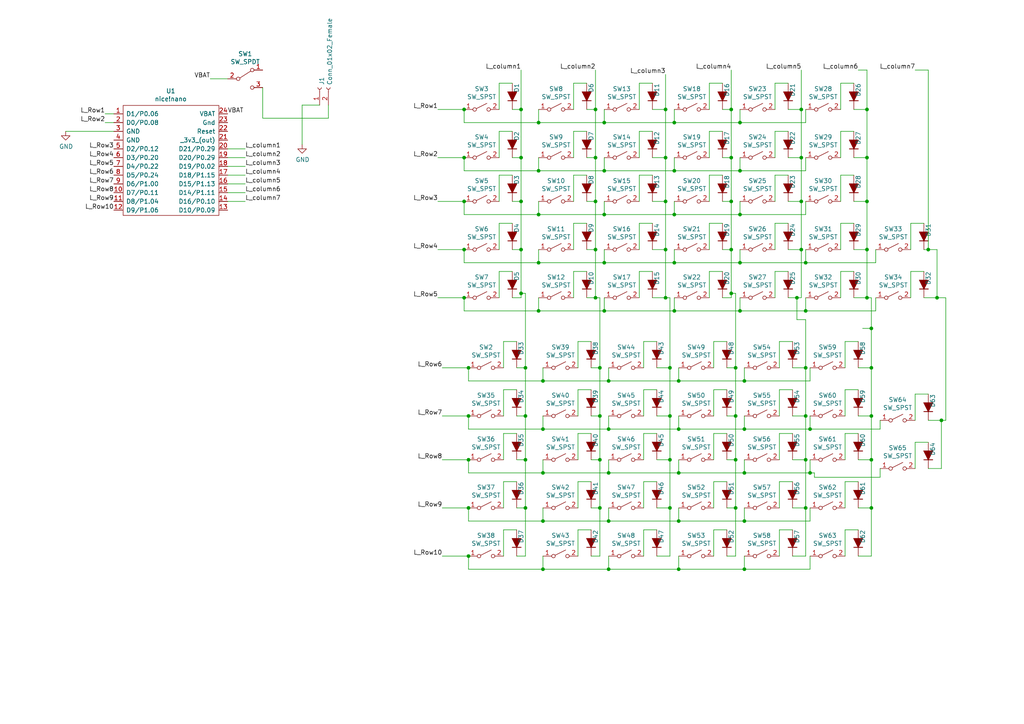
<source format=kicad_sch>
(kicad_sch (version 20230121) (generator eeschema)
  (paper "A4")
  (junction (at 214.63 62.23))
  (junction (at 172.72 86.36))
  (junction (at 196.85 137.16))
  (junction (at 152.4 106.68))
  (junction (at 195.58 62.23))
  (junction (at 196.85 124.46))
  (junction (at 215.9 165.1))
  (junction (at 175.26 62.23))
  (junction (at 233.68 76.2))
  (junction (at 233.68 120.65))
  (junction (at 212.09 72.39))
  (junction (at 134.62 31.75))
  (junction (at 173.99 120.65))
  (junction (at 251.46 72.39))
  (junction (at 135.89 161.29))
  (junction (at 194.31 133.35))
  (junction (at 251.46 45.72))
  (junction (at 215.9 124.46))
  (junction (at 152.4 133.35))
  (junction (at 156.21 49.53))
  (junction (at 135.89 133.35))
  (junction (at 196.85 151.13))
  (junction (at 196.85 165.1))
  (junction (at 194.31 147.32))
  (junction (at 252.73 106.68))
  (junction (at 233.68 133.35))
  (junction (at 156.21 90.17))
  (junction (at 213.36 106.68))
  (junction (at 212.09 45.72))
  (junction (at 176.53 137.16))
  (junction (at 232.41 45.72))
  (junction (at 134.62 72.39))
  (junction (at 212.09 85.09))
  (junction (at 231.14 86.36))
  (junction (at 214.63 49.53))
  (junction (at 196.85 110.49))
  (junction (at 195.58 90.17))
  (junction (at 173.99 133.35))
  (junction (at 234.95 124.46))
  (junction (at 214.63 76.2))
  (junction (at 172.72 45.72))
  (junction (at 151.13 31.75))
  (junction (at 151.13 72.39))
  (junction (at 176.53 151.13))
  (junction (at 151.13 58.42))
  (junction (at 175.26 35.56))
  (junction (at 214.63 90.17))
  (junction (at 195.58 49.53))
  (junction (at 273.05 121.92))
  (junction (at 194.31 120.65))
  (junction (at 194.31 106.68))
  (junction (at 232.41 31.75))
  (junction (at 152.4 147.32))
  (junction (at 156.21 62.23))
  (junction (at 251.46 86.36))
  (junction (at 269.24 72.39))
  (junction (at 195.58 76.2))
  (junction (at 252.73 147.32))
  (junction (at 213.36 133.35))
  (junction (at 157.48 110.49))
  (junction (at 157.48 124.46))
  (junction (at 214.63 35.56))
  (junction (at 173.99 147.32))
  (junction (at 193.04 45.72))
  (junction (at 176.53 165.1))
  (junction (at 135.89 120.65))
  (junction (at 157.48 137.16))
  (junction (at 156.21 35.56))
  (junction (at 134.62 58.42))
  (junction (at 212.09 31.75))
  (junction (at 156.21 76.2))
  (junction (at 176.53 124.46))
  (junction (at 232.41 58.42))
  (junction (at 193.04 58.42))
  (junction (at 152.4 120.65))
  (junction (at 271.78 86.36))
  (junction (at 232.41 72.39))
  (junction (at 234.95 137.16))
  (junction (at 157.48 165.1))
  (junction (at 215.9 137.16))
  (junction (at 233.68 90.17))
  (junction (at 157.48 151.13))
  (junction (at 135.89 147.32))
  (junction (at 172.72 31.75))
  (junction (at 175.26 90.17))
  (junction (at 215.9 110.49))
  (junction (at 251.46 31.75))
  (junction (at 172.72 72.39))
  (junction (at 252.73 133.35))
  (junction (at 195.58 35.56))
  (junction (at 173.99 106.68))
  (junction (at 134.62 86.36))
  (junction (at 151.13 85.09))
  (junction (at 172.72 58.42))
  (junction (at 135.89 106.68))
  (junction (at 175.26 76.2))
  (junction (at 134.62 45.72))
  (junction (at 175.26 49.53))
  (junction (at 193.04 86.36))
  (junction (at 233.68 106.68))
  (junction (at 193.04 72.39))
  (junction (at 213.36 147.32))
  (junction (at 193.04 31.75))
  (junction (at 233.68 147.32))
  (junction (at 151.13 45.72))
  (junction (at 215.9 151.13))
  (junction (at 251.46 58.42))
  (junction (at 252.73 120.65))
  (junction (at 252.73 95.25))
  (junction (at 213.36 120.65))
  (junction (at 176.53 110.49))
  (junction (at 212.09 58.42))
  (wire (pts (xy 231.14 92.71) (xy 231.14 86.36)))
  (wire (pts (xy 254 90.17) (xy 254 86.36)))
  (wire (pts (xy 156.21 76.2) (xy 156.21 72.39)))
  (wire (pts (xy 185.42 38.1) (xy 189.23 38.1)))
  (wire (pts (xy 134.62 35.56) (xy 156.21 35.56)))
  (wire (pts (xy 76.2 34.29) (xy 76.2 25.4)))
  (wire (pts (xy 245.11 113.03) (xy 248.92 113.03)))
  (wire (pts (xy 173.99 147.32) (xy 171.45 147.32)))
  (wire (pts (xy 212.09 72.39) (xy 209.55 72.39)))
  (wire (pts (xy 193.04 72.39) (xy 189.23 72.39)))
  (wire (pts (xy 233.68 35.56) (xy 233.68 31.75)))
  (wire (pts (xy 144.78 24.13) (xy 148.59 24.13)))
  (wire (pts (xy 224.79 72.39) (xy 224.79 64.77)))
  (wire (pts (xy 251.46 45.72) (xy 251.46 58.42)))
  (wire (pts (xy 186.69 113.03) (xy 190.5 113.03)))
  (wire (pts (xy 252.73 161.29) (xy 248.92 161.29)))
  (wire (pts (xy 186.69 106.68) (xy 186.69 99.06)))
  (wire (pts (xy 157.48 110.49) (xy 176.53 110.49)))
  (wire (pts (xy 214.63 62.23) (xy 214.63 58.42)))
  (wire (pts (xy 175.26 90.17) (xy 175.26 86.36)))
  (wire (pts (xy 166.37 50.8) (xy 170.18 50.8)))
  (wire (pts (xy 255.27 138.43) (xy 255.27 135.89)))
  (wire (pts (xy 156.21 35.56) (xy 175.26 35.56)))
  (wire (pts (xy 245.11 133.35) (xy 245.11 125.73)))
  (wire (pts (xy 60.96 22.86) (xy 66.04 22.86)))
  (wire (pts (xy 245.11 153.67) (xy 248.92 153.67)))
  (wire (pts (xy 151.13 45.72) (xy 148.59 45.72)))
  (wire (pts (xy 215.9 120.65) (xy 215.9 124.46)))
  (wire (pts (xy 207.01 99.06) (xy 210.82 99.06)))
  (wire (pts (xy 243.84 86.36) (xy 243.84 78.74)))
  (wire (pts (xy 233.68 133.35) (xy 233.68 147.32)))
  (wire (pts (xy 157.48 151.13) (xy 157.48 147.32)))
  (wire (pts (xy 157.48 124.46) (xy 176.53 124.46)))
  (wire (pts (xy 193.04 45.72) (xy 193.04 58.42)))
  (wire (pts (xy 95.25 34.29) (xy 76.2 34.29)))
  (wire (pts (xy 175.26 62.23) (xy 175.26 58.42)))
  (wire (pts (xy 213.36 147.32) (xy 210.82 147.32)))
  (wire (pts (xy 236.22 138.43) (xy 236.22 137.16)))
  (wire (pts (xy 152.4 120.65) (xy 152.4 133.35)))
  (wire (pts (xy 195.58 49.53) (xy 214.63 49.53)))
  (wire (pts (xy 252.73 120.65) (xy 252.73 133.35)))
  (wire (pts (xy 95.25 30.48) (xy 95.25 34.29)))
  (wire (pts (xy 185.42 31.75) (xy 185.42 24.13)))
  (wire (pts (xy 135.89 151.13) (xy 135.89 147.32)))
  (wire (pts (xy 245.11 125.73) (xy 248.92 125.73)))
  (wire (pts (xy 265.43 121.92) (xy 265.43 114.3)))
  (wire (pts (xy 233.68 76.2) (xy 254 76.2)))
  (wire (pts (xy 128.27 147.32) (xy 135.89 147.32)))
  (wire (pts (xy 213.36 133.35) (xy 213.36 147.32)))
  (wire (pts (xy 233.68 106.68) (xy 229.87 106.68)))
  (wire (pts (xy 207.01 120.65) (xy 207.01 113.03)))
  (wire (pts (xy 207.01 106.68) (xy 207.01 99.06)))
  (wire (pts (xy 152.4 85.09) (xy 151.13 85.09)))
  (wire (pts (xy 214.63 76.2) (xy 233.68 76.2)))
  (wire (pts (xy 214.63 90.17) (xy 214.63 86.36)))
  (wire (pts (xy 243.84 58.42) (xy 243.84 50.8)))
  (wire (pts (xy 195.58 90.17) (xy 195.58 86.36)))
  (wire (pts (xy 135.89 110.49) (xy 157.48 110.49)))
  (wire (pts (xy 196.85 151.13) (xy 196.85 147.32)))
  (wire (pts (xy 205.74 64.77) (xy 209.55 64.77)))
  (wire (pts (xy 212.09 45.72) (xy 212.09 58.42)))
  (wire (pts (xy 215.9 151.13) (xy 234.95 151.13)))
  (wire (pts (xy 215.9 137.16) (xy 215.9 133.35)))
  (wire (pts (xy 134.62 58.42) (xy 134.62 62.23)))
  (wire (pts (xy 255.27 124.46) (xy 255.27 121.92)))
  (wire (pts (xy 252.73 106.68) (xy 252.73 120.65)))
  (wire (pts (xy 232.41 45.72) (xy 228.6 45.72)))
  (wire (pts (xy 144.78 45.72) (xy 144.78 38.1)))
  (wire (pts (xy 167.64 133.35) (xy 167.64 125.73)))
  (wire (pts (xy 151.13 20.32) (xy 151.13 31.75)))
  (wire (pts (xy 196.85 151.13) (xy 215.9 151.13)))
  (wire (pts (xy 224.79 86.36) (xy 224.79 78.74)))
  (wire (pts (xy 186.69 133.35) (xy 186.69 125.73)))
  (wire (pts (xy 173.99 133.35) (xy 171.45 133.35)))
  (wire (pts (xy 146.05 153.67) (xy 149.86 153.67)))
  (wire (pts (xy 226.06 133.35) (xy 226.06 125.73)))
  (wire (pts (xy 193.04 86.36) (xy 194.31 86.36)))
  (wire (pts (xy 212.09 58.42) (xy 209.55 58.42)))
  (wire (pts (xy 175.26 35.56) (xy 195.58 35.56)))
  (wire (pts (xy 151.13 86.36) (xy 148.59 86.36)))
  (wire (pts (xy 30.48 35.56) (xy 33.02 35.56)))
  (wire (pts (xy 151.13 58.42) (xy 151.13 72.39)))
  (wire (pts (xy 173.99 106.68) (xy 171.45 106.68)))
  (wire (pts (xy 87.63 30.48) (xy 92.71 30.48)))
  (wire (pts (xy 135.89 133.35) (xy 135.89 137.16)))
  (wire (pts (xy 196.85 124.46) (xy 215.9 124.46)))
  (wire (pts (xy 156.21 90.17) (xy 175.26 90.17)))
  (wire (pts (xy 176.53 137.16) (xy 176.53 133.35)))
  (wire (pts (xy 152.4 147.32) (xy 152.4 161.29)))
  (wire (pts (xy 213.36 147.32) (xy 213.36 161.29)))
  (wire (pts (xy 156.21 76.2) (xy 175.26 76.2)))
  (wire (pts (xy 166.37 31.75) (xy 166.37 24.13)))
  (wire (pts (xy 252.73 95.25) (xy 252.73 106.68)))
  (wire (pts (xy 226.06 120.65) (xy 226.06 113.03)))
  (wire (pts (xy 135.89 124.46) (xy 135.89 120.65)))
  (wire (pts (xy 233.68 76.2) (xy 233.68 72.39)))
  (wire (pts (xy 214.63 35.56) (xy 233.68 35.56)))
  (wire (pts (xy 33.02 33.02) (xy 30.48 33.02)))
  (wire (pts (xy 156.21 62.23) (xy 175.26 62.23)))
  (wire (pts (xy 212.09 85.09) (xy 212.09 86.36)))
  (wire (pts (xy 134.62 62.23) (xy 156.21 62.23)))
  (wire (pts (xy 173.99 86.36) (xy 173.99 106.68)))
  (wire (pts (xy 135.89 106.68) (xy 135.89 110.49)))
  (wire (pts (xy 213.36 120.65) (xy 210.82 120.65)))
  (wire (pts (xy 194.31 120.65) (xy 194.31 133.35)))
  (wire (pts (xy 207.01 161.29) (xy 207.01 153.67)))
  (wire (pts (xy 234.95 110.49) (xy 234.95 106.68)))
  (wire (pts (xy 186.69 153.67) (xy 190.5 153.67)))
  (wire (pts (xy 252.73 106.68) (xy 248.92 106.68)))
  (wire (pts (xy 194.31 147.32) (xy 194.31 161.29)))
  (wire (pts (xy 172.72 20.32) (xy 172.72 31.75)))
  (wire (pts (xy 251.46 58.42) (xy 251.46 72.39)))
  (wire (pts (xy 173.99 86.36) (xy 172.72 86.36)))
  (wire (pts (xy 146.05 161.29) (xy 146.05 153.67)))
  (wire (pts (xy 152.4 147.32) (xy 149.86 147.32)))
  (wire (pts (xy 245.11 120.65) (xy 245.11 113.03)))
  (wire (pts (xy 205.74 50.8) (xy 209.55 50.8)))
  (wire (pts (xy 243.84 31.75) (xy 243.84 24.13)))
  (wire (pts (xy 172.72 31.75) (xy 170.18 31.75)))
  (wire (pts (xy 157.48 106.68) (xy 157.48 110.49)))
  (wire (pts (xy 236.22 138.43) (xy 255.27 138.43)))
  (wire (pts (xy 172.72 45.72) (xy 172.72 58.42)))
  (wire (pts (xy 224.79 45.72) (xy 224.79 38.1)))
  (wire (pts (xy 186.69 125.73) (xy 190.5 125.73)))
  (wire (pts (xy 243.84 78.74) (xy 247.65 78.74)))
  (wire (pts (xy 213.36 120.65) (xy 213.36 133.35)))
  (wire (pts (xy 175.26 62.23) (xy 195.58 62.23)))
  (wire (pts (xy 233.68 161.29) (xy 229.87 161.29)))
  (wire (pts (xy 243.84 64.77) (xy 247.65 64.77)))
  (wire (pts (xy 215.9 110.49) (xy 234.95 110.49)))
  (wire (pts (xy 251.46 31.75) (xy 247.65 31.75)))
  (wire (pts (xy 245.11 147.32) (xy 245.11 139.7)))
  (wire (pts (xy 173.99 120.65) (xy 171.45 120.65)))
  (wire (pts (xy 172.72 72.39) (xy 170.18 72.39)))
  (wire (pts (xy 213.36 161.29) (xy 210.82 161.29)))
  (wire (pts (xy 212.09 58.42) (xy 212.09 72.39)))
  (wire (pts (xy 243.84 38.1) (xy 247.65 38.1)))
  (wire (pts (xy 186.69 147.32) (xy 186.69 139.7)))
  (wire (pts (xy 194.31 106.68) (xy 190.5 106.68)))
  (wire (pts (xy 195.58 62.23) (xy 214.63 62.23)))
  (wire (pts (xy 193.04 31.75) (xy 193.04 45.72)))
  (wire (pts (xy 224.79 50.8) (xy 228.6 50.8)))
  (wire (pts (xy 66.04 55.88) (xy 71.12 55.88)))
  (wire (pts (xy 234.95 137.16) (xy 234.95 133.35)))
  (wire (pts (xy 173.99 161.29) (xy 171.45 161.29)))
  (wire (pts (xy 232.41 31.75) (xy 228.6 31.75)))
  (wire (pts (xy 167.64 113.03) (xy 171.45 113.03)))
  (wire (pts (xy 213.36 106.68) (xy 213.36 120.65)))
  (wire (pts (xy 273.05 121.92) (xy 274.32 121.92)))
  (wire (pts (xy 166.37 86.36) (xy 166.37 78.74)))
  (wire (pts (xy 252.73 147.32) (xy 248.92 147.32)))
  (wire (pts (xy 233.68 62.23) (xy 233.68 58.42)))
  (wire (pts (xy 189.23 86.36) (xy 193.04 86.36)))
  (wire (pts (xy 157.48 165.1) (xy 157.48 161.29)))
  (wire (pts (xy 214.63 62.23) (xy 233.68 62.23)))
  (wire (pts (xy 195.58 35.56) (xy 214.63 35.56)))
  (wire (pts (xy 215.9 124.46) (xy 234.95 124.46)))
  (wire (pts (xy 243.84 45.72) (xy 243.84 38.1)))
  (wire (pts (xy 213.36 133.35) (xy 210.82 133.35)))
  (wire (pts (xy 232.41 58.42) (xy 228.6 58.42)))
  (wire (pts (xy 157.48 137.16) (xy 176.53 137.16)))
  (wire (pts (xy 207.01 125.73) (xy 210.82 125.73)))
  (wire (pts (xy 135.89 161.29) (xy 135.89 165.1)))
  (wire (pts (xy 248.92 20.32) (xy 251.46 20.32)))
  (wire (pts (xy 146.05 120.65) (xy 146.05 113.03)))
  (wire (pts (xy 166.37 72.39) (xy 166.37 64.77)))
  (wire (pts (xy 194.31 120.65) (xy 190.5 120.65)))
  (wire (pts (xy 128.27 106.68) (xy 135.89 106.68)))
  (wire (pts (xy 152.4 106.68) (xy 152.4 120.65)))
  (wire (pts (xy 185.42 50.8) (xy 189.23 50.8)))
  (wire (pts (xy 195.58 31.75) (xy 195.58 35.56)))
  (wire (pts (xy 186.69 161.29) (xy 186.69 153.67)))
  (wire (pts (xy 151.13 58.42) (xy 148.59 58.42)))
  (wire (pts (xy 212.09 20.32) (xy 212.09 31.75)))
  (wire (pts (xy 212.09 72.39) (xy 212.09 85.09)))
  (wire (pts (xy 224.79 31.75) (xy 224.79 24.13)))
  (wire (pts (xy 226.06 125.73) (xy 229.87 125.73)))
  (wire (pts (xy 135.89 151.13) (xy 157.48 151.13)))
  (wire (pts (xy 172.72 58.42) (xy 172.72 72.39)))
  (wire (pts (xy 251.46 45.72) (xy 247.65 45.72)))
  (wire (pts (xy 134.62 31.75) (xy 134.62 35.56)))
  (wire (pts (xy 194.31 147.32) (xy 190.5 147.32)))
  (wire (pts (xy 186.69 120.65) (xy 186.69 113.03)))
  (wire (pts (xy 144.78 50.8) (xy 148.59 50.8)))
  (wire (pts (xy 157.48 165.1) (xy 176.53 165.1)))
  (wire (pts (xy 265.43 114.3) (xy 269.24 114.3)))
  (wire (pts (xy 196.85 165.1) (xy 215.9 165.1)))
  (wire (pts (xy 214.63 90.17) (xy 233.68 90.17)))
  (wire (pts (xy 226.06 113.03) (xy 229.87 113.03)))
  (wire (pts (xy 196.85 120.65) (xy 196.85 124.46)))
  (wire (pts (xy 134.62 76.2) (xy 134.62 72.39)))
  (wire (pts (xy 176.53 110.49) (xy 196.85 110.49)))
  (wire (pts (xy 194.31 161.29) (xy 190.5 161.29)))
  (wire (pts (xy 135.89 137.16) (xy 157.48 137.16)))
  (wire (pts (xy 167.64 99.06) (xy 171.45 99.06)))
  (wire (pts (xy 193.04 31.75) (xy 189.23 31.75)))
  (wire (pts (xy 251.46 72.39) (xy 251.46 86.36)))
  (wire (pts (xy 167.64 106.68) (xy 167.64 99.06)))
  (wire (pts (xy 252.73 133.35) (xy 252.73 147.32)))
  (wire (pts (xy 243.84 72.39) (xy 243.84 64.77)))
  (wire (pts (xy 226.06 153.67) (xy 229.87 153.67)))
  (wire (pts (xy 157.48 151.13) (xy 176.53 151.13)))
  (wire (pts (xy 195.58 76.2) (xy 195.58 72.39)))
  (wire (pts (xy 167.64 125.73) (xy 171.45 125.73)))
  (wire (pts (xy 274.32 86.36) (xy 274.32 121.92)))
  (wire (pts (xy 271.78 72.39) (xy 271.78 86.36)))
  (wire (pts (xy 252.73 147.32) (xy 252.73 161.29)))
  (wire (pts (xy 214.63 49.53) (xy 233.68 49.53)))
  (wire (pts (xy 224.79 78.74) (xy 228.6 78.74)))
  (wire (pts (xy 224.79 38.1) (xy 228.6 38.1)))
  (wire (pts (xy 144.78 31.75) (xy 144.78 24.13)))
  (wire (pts (xy 195.58 45.72) (xy 195.58 49.53)))
  (wire (pts (xy 264.16 64.77) (xy 267.97 64.77)))
  (wire (pts (xy 193.04 72.39) (xy 193.04 86.36)))
  (wire (pts (xy 205.74 24.13) (xy 209.55 24.13)))
  (wire (pts (xy 212.09 31.75) (xy 212.09 45.72)))
  (wire (pts (xy 212.09 86.36) (xy 209.55 86.36)))
  (wire (pts (xy 269.24 20.32) (xy 269.24 72.39)))
  (wire (pts (xy 193.04 45.72) (xy 189.23 45.72)))
  (wire (pts (xy 66.04 45.72) (xy 71.12 45.72)))
  (wire (pts (xy 156.21 45.72) (xy 156.21 49.53)))
  (wire (pts (xy 226.06 147.32) (xy 226.06 139.7)))
  (wire (pts (xy 205.74 78.74) (xy 209.55 78.74)))
  (wire (pts (xy 66.04 50.8) (xy 71.12 50.8)))
  (wire (pts (xy 152.4 133.35) (xy 149.86 133.35)))
  (wire (pts (xy 151.13 31.75) (xy 148.59 31.75)))
  (wire (pts (xy 245.11 99.06) (xy 248.92 99.06)))
  (wire (pts (xy 127 72.39) (xy 134.62 72.39)))
  (wire (pts (xy 166.37 24.13) (xy 170.18 24.13)))
  (wire (pts (xy 175.26 31.75) (xy 175.26 35.56)))
  (wire (pts (xy 213.36 106.68) (xy 210.82 106.68)))
  (wire (pts (xy 176.53 165.1) (xy 196.85 165.1)))
  (wire (pts (xy 252.73 133.35) (xy 248.92 133.35)))
  (wire (pts (xy 233.68 120.65) (xy 233.68 133.35)))
  (wire (pts (xy 166.37 64.77) (xy 170.18 64.77)))
  (wire (pts (xy 176.53 151.13) (xy 196.85 151.13)))
  (wire (pts (xy 176.53 151.13) (xy 176.53 147.32)))
  (wire (pts (xy 214.63 76.2) (xy 214.63 72.39)))
  (wire (pts (xy 207.01 147.32) (xy 207.01 139.7)))
  (wire (pts (xy 166.37 45.72) (xy 166.37 38.1)))
  (wire (pts (xy 231.14 86.36) (xy 228.6 86.36)))
  (wire (pts (xy 265.43 128.27) (xy 269.24 128.27)))
  (wire (pts (xy 233.68 90.17) (xy 233.68 86.36)))
  (wire (pts (xy 267.97 72.39) (xy 269.24 72.39)))
  (wire (pts (xy 214.63 45.72) (xy 214.63 49.53)))
  (wire (pts (xy 134.62 49.53) (xy 134.62 45.72)))
  (wire (pts (xy 185.42 78.74) (xy 189.23 78.74)))
  (wire (pts (xy 243.84 24.13) (xy 247.65 24.13)))
  (wire (pts (xy 207.01 113.03) (xy 210.82 113.03)))
  (wire (pts (xy 152.4 85.09) (xy 152.4 106.68)))
  (wire (pts (xy 265.43 135.89) (xy 265.43 128.27)))
  (wire (pts (xy 146.05 147.32) (xy 146.05 139.7)))
  (wire (pts (xy 134.62 90.17) (xy 156.21 90.17)))
  (wire (pts (xy 146.05 99.06) (xy 149.86 99.06)))
  (wire (pts (xy 128.27 133.35) (xy 135.89 133.35)))
  (wire (pts (xy 152.4 133.35) (xy 152.4 147.32)))
  (wire (pts (xy 128.27 161.29) (xy 135.89 161.29)))
  (wire (pts (xy 151.13 72.39) (xy 151.13 85.09)))
  (wire (pts (xy 134.62 86.36) (xy 134.62 90.17)))
  (wire (pts (xy 207.01 139.7) (xy 210.82 139.7)))
  (wire (pts (xy 146.05 113.03) (xy 149.86 113.03)))
  (wire (pts (xy 271.78 86.36) (xy 274.32 86.36)))
  (wire (pts (xy 245.11 106.68) (xy 245.11 99.06)))
  (wire (pts (xy 232.41 58.42) (xy 232.41 72.39)))
  (wire (pts (xy 176.53 120.65) (xy 176.53 124.46)))
  (wire (pts (xy 226.06 139.7) (xy 229.87 139.7)))
  (wire (pts (xy 144.78 78.74) (xy 148.59 78.74)))
  (wire (pts (xy 234.95 151.13) (xy 234.95 147.32)))
  (wire (pts (xy 232.41 72.39) (xy 232.41 86.36)))
  (wire (pts (xy 151.13 72.39) (xy 148.59 72.39)))
  (wire (pts (xy 271.78 86.36) (xy 267.97 86.36)))
  (wire (pts (xy 196.85 110.49) (xy 215.9 110.49)))
  (wire (pts (xy 196.85 137.16) (xy 215.9 137.16)))
  (wire (pts (xy 167.64 153.67) (xy 171.45 153.67)))
  (wire (pts (xy 273.05 135.89) (xy 273.05 121.92)))
  (wire (pts (xy 156.21 62.23) (xy 156.21 58.42)))
  (wire (pts (xy 224.79 58.42) (xy 224.79 50.8)))
  (wire (pts (xy 205.74 58.42) (xy 205.74 50.8)))
  (wire (pts (xy 144.78 38.1) (xy 148.59 38.1)))
  (wire (pts (xy 176.53 165.1) (xy 176.53 161.29)))
  (wire (pts (xy 87.63 41.91) (xy 87.63 30.48)))
  (wire (pts (xy 127 45.72) (xy 134.62 45.72)))
  (wire (pts (xy 226.06 161.29) (xy 226.06 153.67)))
  (wire (pts (xy 236.22 137.16) (xy 234.95 137.16)))
  (wire (pts (xy 205.74 45.72) (xy 205.74 38.1)))
  (wire (pts (xy 215.9 106.68) (xy 215.9 110.49)))
  (wire (pts (xy 243.84 50.8) (xy 247.65 50.8)))
  (wire (pts (xy 254 76.2) (xy 254 72.39)))
  (wire (pts (xy 185.42 72.39) (xy 185.42 64.77)))
  (wire (pts (xy 152.4 120.65) (xy 149.86 120.65)))
  (wire (pts (xy 135.89 165.1) (xy 157.48 165.1)))
  (wire (pts (xy 175.26 90.17) (xy 195.58 90.17)))
  (wire (pts (xy 224.79 24.13) (xy 228.6 24.13)))
  (wire (pts (xy 156.21 49.53) (xy 175.26 49.53)))
  (wire (pts (xy 215.9 165.1) (xy 215.9 161.29)))
  (wire (pts (xy 233.68 90.17) (xy 254 90.17)))
  (wire (pts (xy 252.73 120.65) (xy 248.92 120.65)))
  (wire (pts (xy 232.41 31.75) (xy 232.41 45.72)))
  (wire (pts (xy 66.04 48.26) (xy 71.12 48.26)))
  (wire (pts (xy 173.99 106.68) (xy 173.99 120.65)))
  (wire (pts (xy 151.13 45.72) (xy 151.13 58.42)))
  (wire (pts (xy 195.58 90.17) (xy 214.63 90.17)))
  (wire (pts (xy 193.04 58.42) (xy 189.23 58.42)))
  (wire (pts (xy 233.68 92.71) (xy 233.68 106.68)))
  (wire (pts (xy 265.43 20.32) (xy 269.24 20.32)))
  (wire (pts (xy 226.06 99.06) (xy 229.87 99.06)))
  (wire (pts (xy 252.73 86.36) (xy 251.46 86.36)))
  (wire (pts (xy 251.46 72.39) (xy 247.65 72.39)))
  (wire (pts (xy 172.72 45.72) (xy 170.18 45.72)))
  (wire (pts (xy 185.42 45.72) (xy 185.42 38.1)))
  (wire (pts (xy 173.99 120.65) (xy 173.99 133.35)))
  (wire (pts (xy 173.99 147.32) (xy 173.99 161.29)))
  (wire (pts (xy 205.74 31.75) (xy 205.74 24.13)))
  (wire (pts (xy 212.09 45.72) (xy 209.55 45.72)))
  (wire (pts (xy 251.46 20.32) (xy 251.46 31.75)))
  (wire (pts (xy 232.41 86.36) (xy 231.14 86.36)))
  (wire (pts (xy 151.13 31.75) (xy 151.13 45.72)))
  (wire (pts (xy 205.74 86.36) (xy 205.74 78.74)))
  (wire (pts (xy 175.26 45.72) (xy 175.26 49.53)))
  (wire (pts (xy 146.05 139.7) (xy 149.86 139.7)))
  (wire (pts (xy 152.4 161.29) (xy 149.86 161.29)))
  (wire (pts (xy 234.95 124.46) (xy 255.27 124.46)))
  (wire (pts (xy 146.05 106.68) (xy 146.05 99.06)))
  (wire (pts (xy 233.68 147.32) (xy 229.87 147.32)))
  (wire (pts (xy 196.85 137.16) (xy 196.85 133.35)))
  (wire (pts (xy 167.64 139.7) (xy 171.45 139.7)))
  (wire (pts (xy 196.85 106.68) (xy 196.85 110.49)))
  (wire (pts (xy 224.79 64.77) (xy 228.6 64.77)))
  (wire (pts (xy 66.04 58.42) (xy 71.12 58.42)))
  (wire (pts (xy 135.89 124.46) (xy 157.48 124.46)))
  (wire (pts (xy 250.19 95.25) (xy 252.73 95.25)))
  (wire (pts (xy 152.4 106.68) (xy 149.86 106.68)))
  (wire (pts (xy 233.68 133.35) (xy 229.87 133.35)))
  (wire (pts (xy 232.41 72.39) (xy 228.6 72.39)))
  (wire (pts (xy 173.99 133.35) (xy 173.99 147.32)))
  (wire (pts (xy 172.72 58.42) (xy 170.18 58.42)))
  (wire (pts (xy 175.26 76.2) (xy 175.26 72.39)))
  (wire (pts (xy 215.9 151.13) (xy 215.9 147.32)))
  (wire (pts (xy 146.05 133.35) (xy 146.05 125.73)))
  (wire (pts (xy 194.31 133.35) (xy 190.5 133.35)))
  (wire (pts (xy 233.68 106.68) (xy 233.68 120.65)))
  (wire (pts (xy 185.42 58.42) (xy 185.42 50.8)))
  (wire (pts (xy 214.63 31.75) (xy 214.63 35.56)))
  (wire (pts (xy 176.53 124.46) (xy 196.85 124.46)))
  (wire (pts (xy 128.27 120.65) (xy 135.89 120.65)))
  (wire (pts (xy 176.53 137.16) (xy 196.85 137.16)))
  (wire (pts (xy 127 86.36) (xy 134.62 86.36)))
  (wire (pts (xy 215.9 165.1) (xy 234.95 165.1)))
  (wire (pts (xy 175.26 49.53) (xy 195.58 49.53)))
  (wire (pts (xy 186.69 139.7) (xy 190.5 139.7)))
  (wire (pts (xy 185.42 64.77) (xy 189.23 64.77)))
  (wire (pts (xy 156.21 90.17) (xy 156.21 86.36)))
  (wire (pts (xy 226.06 106.68) (xy 226.06 99.06)))
  (wire (pts (xy 194.31 106.68) (xy 194.31 120.65)))
  (wire (pts (xy 215.9 137.16) (xy 234.95 137.16)))
  (wire (pts (xy 264.16 72.39) (xy 264.16 64.77)))
  (wire (pts (xy 172.72 31.75) (xy 172.72 45.72)))
  (wire (pts (xy 146.05 125.73) (xy 149.86 125.73)))
  (wire (pts (xy 213.36 85.09) (xy 212.09 85.09)))
  (wire (pts (xy 205.74 72.39) (xy 205.74 64.77)))
  (wire (pts (xy 273.05 135.89) (xy 269.24 135.89)))
  (wire (pts (xy 156.21 31.75) (xy 156.21 35.56)))
  (wire (pts (xy 251.46 86.36) (xy 247.65 86.36)))
  (wire (pts (xy 134.62 76.2) (xy 156.21 76.2)))
  (wire (pts (xy 233.68 49.53) (xy 233.68 45.72)))
  (wire (pts (xy 269.24 121.92) (xy 273.05 121.92)))
  (wire (pts (xy 134.62 49.53) (xy 156.21 49.53)))
  (wire (pts (xy 175.26 76.2) (xy 195.58 76.2)))
  (wire (pts (xy 194.31 86.36) (xy 194.31 106.68)))
  (wire (pts (xy 185.42 86.36) (xy 185.42 78.74)))
  (wire (pts (xy 264.16 86.36) (xy 264.16 78.74)))
  (wire (pts (xy 151.13 85.09) (xy 151.13 86.36)))
  (wire (pts (xy 233.68 120.65) (xy 229.87 120.65)))
  (wire (pts (xy 66.04 53.34) (xy 71.12 53.34)))
  (wire (pts (xy 245.11 139.7) (xy 248.92 139.7)))
  (wire (pts (xy 157.48 137.16) (xy 157.48 133.35)))
  (wire (pts (xy 172.72 72.39) (xy 172.72 86.36)))
  (wire (pts (xy 232.41 45.72) (xy 232.41 58.42)))
  (wire (pts (xy 144.78 86.36) (xy 144.78 78.74)))
  (wire (pts (xy 195.58 76.2) (xy 214.63 76.2)))
  (wire (pts (xy 157.48 120.65) (xy 157.48 124.46)))
  (wire (pts (xy 144.78 64.77) (xy 148.59 64.77)))
  (wire (pts (xy 193.04 58.42) (xy 193.04 72.39)))
  (wire (pts (xy 233.68 92.71) (xy 231.14 92.71)))
  (wire (pts (xy 166.37 58.42) (xy 166.37 50.8)))
  (wire (pts (xy 172.72 86.36) (xy 170.18 86.36)))
  (wire (pts (xy 269.24 72.39) (xy 271.78 72.39)))
  (wire (pts (xy 205.74 38.1) (xy 209.55 38.1)))
  (wire (pts (xy 234.95 165.1) (xy 234.95 161.29)))
  (wire (pts (xy 144.78 58.42) (xy 144.78 50.8)))
  (wire (pts (xy 194.31 133.35) (xy 194.31 147.32)))
  (wire (pts (xy 176.53 106.68) (xy 176.53 110.49)))
  (wire (pts (xy 167.64 120.65) (xy 167.64 113.03)))
  (wire (pts (xy 251.46 58.42) (xy 247.65 58.42)))
  (wire (pts (xy 166.37 78.74) (xy 170.18 78.74)))
  (wire (pts (xy 193.04 21.59) (xy 193.04 31.75)))
  (wire (pts (xy 66.04 43.18) (xy 71.12 43.18)))
  (wire (pts (xy 233.68 147.32) (xy 233.68 161.29)))
  (wire (pts (xy 207.01 133.35) (xy 207.01 125.73)))
  (wire (pts (xy 167.64 147.32) (xy 167.64 139.7)))
  (wire (pts (xy 167.64 161.29) (xy 167.64 153.67)))
  (wire (pts (xy 234.95 124.46) (xy 234.95 120.65)))
  (wire (pts (xy 196.85 165.1) (xy 196.85 161.29)))
  (wire (pts (xy 144.78 72.39) (xy 144.78 64.77)))
  (wire (pts (xy 33.02 38.1) (xy 19.05 38.1)))
  (wire (pts (xy 232.41 20.32) (xy 232.41 31.75)))
  (wire (pts (xy 245.11 161.29) (xy 245.11 153.67)))
  (wire (pts (xy 195.58 62.23) (xy 195.58 58.42)))
  (wire (pts (xy 213.36 85.09) (xy 213.36 106.68)))
  (wire (pts (xy 252.73 95.25) (xy 252.73 86.36)))
  (wire (pts (xy 251.46 31.75) (xy 251.46 45.72)))
  (wire (pts (xy 185.42 24.13) (xy 189.23 24.13)))
  (wire (pts (xy 212.09 31.75) (xy 209.55 31.75)))
  (wire (pts (xy 127 58.42) (xy 134.62 58.42)))
  (wire (pts (xy 127 31.75) (xy 134.62 31.75)))
  (wire (pts (xy 264.16 78.74) (xy 267.97 78.74)))
  (wire (pts (xy 166.37 38.1) (xy 170.18 38.1)))
  (wire (pts (xy 186.69 99.06) (xy 190.5 99.06)))
  (wire (pts (xy 207.01 153.67) (xy 210.82 153.67)))
  (label "L_Row8" (at 128.27 133.35 180))
  (label "L_column6" (at 71.12 55.88 0))
  (label "L_column1" (at 71.12 43.18 0))
  (label "L_Row7" (at 128.27 120.65 180))
  (label "L_column5" (at 232.41 20.32 180))
  (label "L_Row9" (at 128.27 147.32 180))
  (label "L_column4" (at 212.09 20.32 180))
  (label "L_Row3" (at 33.02 43.18 180))
  (label "L_Row8" (at 33.02 55.88 180))
  (label "L_Row10" (at 33.02 60.96 180))
  (label "L_Row1" (at 127 31.75 180))
  (label "L_column3" (at 71.12 48.26 0))
  (label "L_column6" (at 248.92 20.32 180))
  (label "L_column4" (at 71.12 50.8 0))
  (label "L_Row1" (at 30.48 33.02 180))
  (label "L_Row10" (at 128.27 161.29 180))
  (label "L_Row9" (at 33.02 58.42 180))
  (label "L_Row6" (at 33.02 50.8 180))
  (label "L_Row7" (at 33.02 53.34 180))
  (label "L_Row2" (at 127 45.72 180))
  (label "L_Row3" (at 127 58.42 180))
  (label "L_column7" (at 71.12 58.42 0))
  (label "L_column1" (at 151.13 20.32 180))
  (label "L_Row4" (at 33.02 45.72 180))
  (label "L_column7" (at 265.43 20.32 180))
  (label "L_Row5" (at 127 86.36 180))
  (label "L_column2" (at 172.72 20.32 180))
  (label "L_column3" (at 193.04 21.59 180))
  (label "L_column2" (at 71.12 45.72 0))
  (label "VBAT" (at 60.96 22.86 180))
  (label "L_column5" (at 71.12 53.34 0))
  (label "VBAT" (at 66.04 33.02 0))
  (label "L_Row2" (at 30.48 35.56 180))
  (label "L_Row6" (at 128.27 106.68 180))
  (label "L_Row4" (at 127 72.39 180))
  (label "L_Row5" (at 33.02 48.26 180))
  (symbol (lib_id "Switch:SW_SPST") (at 139.7 31.75 0) (unit 1)
    (property "Reference" "SW3" (at 139.7 25.781 0))
    (property "Value" "SW_SPST" (at 139.7 28.0924 0))
    (property "Footprint" "PCM_Switch_Keyboard_Kailh:SW_Kailh_Choc_V1V2_double" (effects hide))
  )
  (symbol (lib_id "swing-atreus-rescue:D_ALT-Device") (at 148.59 27.94 90) (unit 1)
    (property "Reference" "D1" (at 149.86 24.13 0) (effects (justify right)))
    (property "Value" "D0" (effects hide))
    (property "Footprint" "Diode_SMD:D_SOD-123" (effects hide))
  )
  (symbol (lib_id "Switch:SW_SPST") (at 161.29 31.75 0) (unit 1)
    (property "Reference" "SW8" (at 161.29 25.781 0))
    (property "Value" "SW_SPST" (at 161.29 28.0924 0))
    (property "Footprint" "PCM_Switch_Keyboard_Kailh:SW_Kailh_Choc_V1V2_double" (effects hide))
  )
  (symbol (lib_id "swing-atreus-rescue:D_ALT-Device") (at 170.18 27.94 90) (unit 1)
    (property "Reference" "D6" (at 171.45 24.13 0) (effects (justify right)))
    (property "Value" "D0" (effects hide))
    (property "Footprint" "Diode_SMD:D_SOD-123" (effects hide))
  )
  (symbol (lib_id "Switch:SW_SPST") (at 180.34 31.75 0) (unit 1)
    (property "Reference" "SW13" (at 180.34 25.781 0))
    (property "Value" "SW_SPST" (at 180.34 28.0924 0))
    (property "Footprint" "PCM_Switch_Keyboard_Kailh:SW_Kailh_Choc_V1V2_double" (effects hide))
  )
  (symbol (lib_id "swing-atreus-rescue:D_ALT-Device") (at 189.23 27.94 90) (unit 1)
    (property "Reference" "D11" (at 190.5 24.13 0) (effects (justify right)))
    (property "Value" "D0" (effects hide))
    (property "Footprint" "Diode_SMD:D_SOD-123" (effects hide))
  )
  (symbol (lib_id "Switch:SW_SPST") (at 200.66 31.75 0) (unit 1)
    (property "Reference" "SW18" (at 200.66 25.781 0))
    (property "Value" "SW_SPST" (at 200.66 28.0924 0))
    (property "Footprint" "PCM_Switch_Keyboard_Kailh:SW_Kailh_Choc_V1V2_double" (effects hide))
  )
  (symbol (lib_id "swing-atreus-rescue:D_ALT-Device") (at 209.55 27.94 90) (unit 1)
    (property "Reference" "D16" (at 210.82 24.13 0) (effects (justify right)))
    (property "Value" "D0" (effects hide))
    (property "Footprint" "Diode_SMD:D_SOD-123" (effects hide))
  )
  (symbol (lib_id "Switch:SW_SPST") (at 219.71 31.75 0) (unit 1)
    (property "Reference" "SW23" (at 219.71 25.781 0))
    (property "Value" "SW_SPST" (at 219.71 28.0924 0))
    (property "Footprint" "PCM_Switch_Keyboard_Kailh:SW_Kailh_Choc_V1V2_double" (effects hide))
  )
  (symbol (lib_id "swing-atreus-rescue:D_ALT-Device") (at 228.6 27.94 90) (unit 1)
    (property "Reference" "D21" (at 229.87 24.13 0) (effects (justify right)))
    (property "Value" "D0" (effects hide))
    (property "Footprint" "Diode_SMD:D_SOD-123" (effects hide))
  )
  (symbol (lib_id "Switch:SW_SPST") (at 238.76 31.75 0) (unit 1)
    (property "Reference" "SW28" (at 238.76 25.781 0))
    (property "Value" "SW_SPST" (at 238.76 28.0924 0))
    (property "Footprint" "PCM_Switch_Keyboard_Kailh:SW_Kailh_Choc_V1V2_double" (effects hide))
  )
  (symbol (lib_id "swing-atreus-rescue:D_ALT-Device") (at 247.65 27.94 90) (unit 1)
    (property "Reference" "D26" (at 248.92 24.13 0) (effects (justify right)))
    (property "Value" "D0" (effects hide))
    (property "Footprint" "Diode_SMD:D_SOD-123" (effects hide))
  )
  (symbol (lib_id "Switch:SW_SPST") (at 139.7 45.72 0) (unit 1)
    (property "Reference" "SW4" (at 139.7 39.751 0))
    (property "Value" "SW_SPST" (at 139.7 42.0624 0))
    (property "Footprint" "PCM_Switch_Keyboard_Kailh:SW_Kailh_Choc_V1V2_double" (effects hide))
  )
  (symbol (lib_id "swing-atreus-rescue:D_ALT-Device") (at 148.59 41.91 90) (unit 1)
    (property "Reference" "D2" (at 149.86 38.1 0) (effects (justify right)))
    (property "Value" "D0" (effects hide))
    (property "Footprint" "Diode_SMD:D_SOD-123" (effects hide))
  )
  (symbol (lib_id "Switch:SW_SPST") (at 161.29 45.72 0) (unit 1)
    (property "Reference" "SW9" (at 161.29 39.751 0))
    (property "Value" "SW_SPST" (at 161.29 42.0624 0))
    (property "Footprint" "PCM_Switch_Keyboard_Kailh:SW_Kailh_Choc_V1V2_double" (effects hide))
  )
  (symbol (lib_id "swing-atreus-rescue:D_ALT-Device") (at 170.18 41.91 90) (unit 1)
    (property "Reference" "D7" (at 171.45 38.1 0) (effects (justify right)))
    (property "Value" "D0" (effects hide))
    (property "Footprint" "Diode_SMD:D_SOD-123" (effects hide))
  )
  (symbol (lib_id "Switch:SW_SPST") (at 180.34 45.72 0) (unit 1)
    (property "Reference" "SW14" (at 180.34 39.751 0))
    (property "Value" "SW_SPST" (at 180.34 42.0624 0))
    (property "Footprint" "PCM_Switch_Keyboard_Kailh:SW_Kailh_Choc_V1V2_double" (effects hide))
  )
  (symbol (lib_id "swing-atreus-rescue:D_ALT-Device") (at 189.23 41.91 90) (unit 1)
    (property "Reference" "D12" (at 190.5 38.1 0) (effects (justify right)))
    (property "Value" "D0" (effects hide))
    (property "Footprint" "Diode_SMD:D_SOD-123" (effects hide))
  )
  (symbol (lib_id "Switch:SW_SPST") (at 200.66 45.72 0) (unit 1)
    (property "Reference" "SW19" (at 200.66 39.751 0))
    (property "Value" "SW_SPST" (at 200.66 42.0624 0))
    (property "Footprint" "PCM_Switch_Keyboard_Kailh:SW_Kailh_Choc_V1V2_double" (effects hide))
  )
  (symbol (lib_id "swing-atreus-rescue:D_ALT-Device") (at 209.55 41.91 90) (unit 1)
    (property "Reference" "D17" (at 210.82 38.1 0) (effects (justify right)))
    (property "Value" "D0" (effects hide))
    (property "Footprint" "Diode_SMD:D_SOD-123" (effects hide))
  )
  (symbol (lib_id "Switch:SW_SPST") (at 219.71 45.72 0) (unit 1)
    (property "Reference" "SW24" (at 219.71 39.751 0))
    (property "Value" "SW_SPST" (at 219.71 42.0624 0))
    (property "Footprint" "PCM_Switch_Keyboard_Kailh:SW_Kailh_Choc_V1V2_double" (effects hide))
  )
  (symbol (lib_id "swing-atreus-rescue:D_ALT-Device") (at 228.6 41.91 90) (unit 1)
    (property "Reference" "D22" (at 229.87 38.1 0) (effects (justify right)))
    (property "Value" "D0" (effects hide))
    (property "Footprint" "Diode_SMD:D_SOD-123" (effects hide))
  )
  (symbol (lib_id "Switch:SW_SPST") (at 238.76 45.72 0) (unit 1)
    (property "Reference" "SW29" (at 238.76 39.751 0))
    (property "Value" "SW_SPST" (at 238.76 42.0624 0))
    (property "Footprint" "PCM_Switch_Keyboard_Kailh:SW_Kailh_Choc_V1V2_double" (effects hide))
  )
  (symbol (lib_id "swing-atreus-rescue:D_ALT-Device") (at 247.65 41.91 90) (unit 1)
    (property "Reference" "D27" (at 248.92 38.1 0) (effects (justify right)))
    (property "Value" "D0" (effects hide))
    (property "Footprint" "Diode_SMD:D_SOD-123" (effects hide))
  )
  (symbol (lib_id "Switch:SW_SPST") (at 139.7 58.42 0) (unit 1)
    (property "Reference" "SW5" (at 139.7 52.451 0))
    (property "Value" "SW_SPST" (at 139.7 54.7624 0))
    (property "Footprint" "PCM_Switch_Keyboard_Kailh:SW_Kailh_Choc_V1V2_double" (effects hide))
  )
  (symbol (lib_id "swing-atreus-rescue:D_ALT-Device") (at 148.59 54.61 90) (unit 1)
    (property "Reference" "D3" (at 149.86 50.8 0) (effects (justify right)))
    (property "Value" "D0" (effects hide))
    (property "Footprint" "Diode_SMD:D_SOD-123" (effects hide))
  )
  (symbol (lib_id "Switch:SW_SPST") (at 161.29 58.42 0) (unit 1)
    (property "Reference" "SW10" (at 161.29 52.451 0))
    (property "Value" "SW_SPST" (at 161.29 54.7624 0))
    (property "Footprint" "PCM_Switch_Keyboard_Kailh:SW_Kailh_Choc_V1V2_double" (effects hide))
  )
  (symbol (lib_id "swing-atreus-rescue:D_ALT-Device") (at 170.18 54.61 90) (unit 1)
    (property "Reference" "D8" (at 171.45 50.8 0) (effects (justify right)))
    (property "Value" "D0" (effects hide))
    (property "Footprint" "Diode_SMD:D_SOD-123" (effects hide))
  )
  (symbol (lib_id "Switch:SW_SPST") (at 180.34 58.42 0) (unit 1)
    (property "Reference" "SW15" (at 180.34 52.451 0))
    (property "Value" "SW_SPST" (at 180.34 54.7624 0))
    (property "Footprint" "PCM_Switch_Keyboard_Kailh:SW_Kailh_Choc_V1V2_double" (effects hide))
  )
  (symbol (lib_id "swing-atreus-rescue:D_ALT-Device") (at 189.23 54.61 90) (unit 1)
    (property "Reference" "D13" (at 190.5 50.8 0) (effects (justify right)))
    (property "Value" "D0" (effects hide))
    (property "Footprint" "Diode_SMD:D_SOD-123" (effects hide))
  )
  (symbol (lib_id "Switch:SW_SPST") (at 200.66 58.42 0) (unit 1)
    (property "Reference" "SW20" (at 200.66 52.451 0))
    (property "Value" "SW_SPST" (at 200.66 54.7624 0))
    (property "Footprint" "PCM_Switch_Keyboard_Kailh:SW_Kailh_Choc_V1V2_double" (effects hide))
  )
  (symbol (lib_id "swing-atreus-rescue:D_ALT-Device") (at 209.55 54.61 90) (unit 1)
    (property "Reference" "D18" (at 210.82 50.8 0) (effects (justify right)))
    (property "Value" "D0" (effects hide))
    (property "Footprint" "Diode_SMD:D_SOD-123" (effects hide))
  )
  (symbol (lib_id "Switch:SW_SPST") (at 219.71 58.42 0) (unit 1)
    (property "Reference" "SW25" (at 219.71 52.451 0))
    (property "Value" "SW_SPST" (at 219.71 54.7624 0))
    (property "Footprint" "PCM_Switch_Keyboard_Kailh:SW_Kailh_Choc_V1V2_double" (effects hide))
  )
  (symbol (lib_id "swing-atreus-rescue:D_ALT-Device") (at 228.6 54.61 90) (unit 1)
    (property "Reference" "D23" (at 229.87 50.8 0) (effects (justify right)))
    (property "Value" "D0" (effects hide))
    (property "Footprint" "Diode_SMD:D_SOD-123" (effects hide))
  )
  (symbol (lib_id "Switch:SW_SPST") (at 238.76 58.42 0) (unit 1)
    (property "Reference" "SW30" (at 238.76 52.451 0))
    (property "Value" "SW_SPST" (at 238.76 54.7624 0))
    (property "Footprint" "PCM_Switch_Keyboard_Kailh:SW_Kailh_Choc_V1V2_double" (effects hide))
  )
  (symbol (lib_id "swing-atreus-rescue:D_ALT-Device") (at 247.65 54.61 90) (unit 1)
    (property "Reference" "D28" (at 248.92 50.8 0) (effects (justify right)))
    (property "Value" "D0" (effects hide))
    (property "Footprint" "Diode_SMD:D_SOD-123" (effects hide))
  )
  (symbol (lib_id "Switch:SW_SPST") (at 139.7 72.39 0) (unit 1)
    (property "Reference" "SW6" (at 139.7 66.421 0))
    (property "Value" "SW_SPST" (at 139.7 68.7324 0))
    (property "Footprint" "PCM_Switch_Keyboard_Kailh:SW_Kailh_Choc_V1V2_double" (effects hide))
  )
  (symbol (lib_id "swing-atreus-rescue:D_ALT-Device") (at 148.59 68.58 90) (unit 1)
    (property "Reference" "D4" (at 149.86 64.77 0) (effects (justify right)))
    (property "Value" "D0" (effects hide))
    (property "Footprint" "Diode_SMD:D_SOD-123" (effects hide))
  )
  (symbol (lib_id "Switch:SW_SPST") (at 161.29 72.39 0) (unit 1)
    (property "Reference" "SW11" (at 161.29 66.421 0))
    (property "Value" "SW_SPST" (at 161.29 68.7324 0))
    (property "Footprint" "PCM_Switch_Keyboard_Kailh:SW_Kailh_Choc_V1V2_double" (effects hide))
  )
  (symbol (lib_id "swing-atreus-rescue:D_ALT-Device") (at 170.18 68.58 90) (unit 1)
    (property "Reference" "D9" (at 171.45 64.77 0) (effects (justify right)))
    (property "Value" "D0" (effects hide))
    (property "Footprint" "Diode_SMD:D_SOD-123" (effects hide))
  )
  (symbol (lib_id "Switch:SW_SPST") (at 180.34 72.39 0) (unit 1)
    (property "Reference" "SW16" (at 180.34 66.421 0))
    (property "Value" "SW_SPST" (at 180.34 68.7324 0))
    (property "Footprint" "PCM_Switch_Keyboard_Kailh:SW_Kailh_Choc_V1V2_double" (effects hide))
  )
  (symbol (lib_id "swing-atreus-rescue:D_ALT-Device") (at 189.23 68.58 90) (unit 1)
    (property "Reference" "D14" (at 190.5 64.77 0) (effects (justify right)))
    (property "Value" "D0" (effects hide))
    (property "Footprint" "Diode_SMD:D_SOD-123" (effects hide))
  )
  (symbol (lib_id "Switch:SW_SPST") (at 200.66 72.39 0) (unit 1)
    (property "Reference" "SW21" (at 200.66 66.421 0))
    (property "Value" "SW_SPST" (at 200.66 68.7324 0))
    (property "Footprint" "PCM_Switch_Keyboard_Kailh:SW_Kailh_Choc_V1V2_double" (effects hide))
  )
  (symbol (lib_id "swing-atreus-rescue:D_ALT-Device") (at 209.55 68.58 90) (unit 1)
    (property "Reference" "D19" (at 210.82 64.77 0) (effects (justify right)))
    (property "Value" "D0" (effects hide))
    (property "Footprint" "Diode_SMD:D_SOD-123" (effects hide))
  )
  (symbol (lib_id "Switch:SW_SPST") (at 219.71 72.39 0) (unit 1)
    (property "Reference" "SW26" (at 219.71 66.421 0))
    (property "Value" "SW_SPST" (at 219.71 68.7324 0))
    (property "Footprint" "PCM_Switch_Keyboard_Kailh:SW_Kailh_Choc_V1V2_double" (effects hide))
  )
  (symbol (lib_id "swing-atreus-rescue:D_ALT-Device") (at 228.6 68.58 90) (unit 1)
    (property "Reference" "D24" (at 229.87 64.77 0) (effects (justify right)))
    (property "Value" "D0" (effects hide))
    (property "Footprint" "Diode_SMD:D_SOD-123" (effects hide))
  )
  (symbol (lib_id "Switch:SW_SPST") (at 238.76 72.39 0) (unit 1)
    (property "Reference" "SW31" (at 238.76 66.421 0))
    (property "Value" "SW_SPST" (at 238.76 68.7324 0))
    (property "Footprint" "PCM_Switch_Keyboard_Kailh:SW_Kailh_Choc_V1V2_double" (effects hide))
  )
  (symbol (lib_id "swing-atreus-rescue:D_ALT-Device") (at 247.65 68.58 90) (unit 1)
    (property "Reference" "D29" (at 248.92 64.77 0) (effects (justify right)))
    (property "Value" "D0" (effects hide))
    (property "Footprint" "Diode_SMD:D_SOD-123" (effects hide))
  )
  (symbol (lib_id "Switch:SW_SPST") (at 139.7 86.36 0) (unit 1)
    (property "Reference" "SW7" (at 139.7 80.391 0))
    (property "Value" "SW_SPST" (at 139.7 82.7024 0))
    (property "Footprint" "PCM_Switch_Keyboard_Kailh:SW_Kailh_Choc_V1V2_double" (effects hide))
  )
  (symbol (lib_id "swing-atreus-rescue:D_ALT-Device") (at 148.59 82.55 90) (unit 1)
    (property "Reference" "D5" (at 149.86 78.74 0) (effects (justify right)))
    (property "Value" "D0" (effects hide))
    (property "Footprint" "Diode_SMD:D_SOD-123" (effects hide))
  )
  (symbol (lib_id "Switch:SW_SPST") (at 161.29 86.36 0) (unit 1)
    (property "Reference" "SW12" (at 161.29 80.391 0))
    (property "Value" "SW_SPST" (at 161.29 82.7024 0))
    (property "Footprint" "PCM_Switch_Keyboard_Kailh:SW_Kailh_Choc_V1V2_double" (effects hide))
  )
  (symbol (lib_id "swing-atreus-rescue:D_ALT-Device") (at 170.18 82.55 90) (unit 1)
    (property "Reference" "D10" (at 171.45 78.74 0) (effects (justify right)))
    (property "Value" "D0" (effects hide))
    (property "Footprint" "Diode_SMD:D_SOD-123" (effects hide))
  )
  (symbol (lib_id "Switch:SW_SPST") (at 180.34 86.36 0) (unit 1)
    (property "Reference" "SW17" (at 180.34 80.391 0))
    (property "Value" "SW_SPST" (at 180.34 82.7024 0))
    (property "Footprint" "PCM_Switch_Keyboard_Kailh:SW_Kailh_Choc_V1V2_double" (effects hide))
  )
  (symbol (lib_id "swing-atreus-rescue:D_ALT-Device") (at 189.23 82.55 90) (unit 1)
    (property "Reference" "D15" (at 190.5 78.74 0) (effects (justify right)))
    (property "Value" "D0" (effects hide))
    (property "Footprint" "Diode_SMD:D_SOD-123" (effects hide))
  )
  (symbol (lib_id "Switch:SW_SPST") (at 200.66 86.36 0) (unit 1)
    (property "Reference" "SW22" (at 200.66 80.391 0))
    (property "Value" "SW_SPST" (at 200.66 82.7024 0))
    (property "Footprint" "PCM_Switch_Keyboard_Kailh:SW_Kailh_Choc_V1V2_double" (effects hide))
  )
  (symbol (lib_id "swing-atreus-rescue:D_ALT-Device") (at 209.55 82.55 90) (unit 1)
    (property "Reference" "D20" (at 210.82 78.74 0) (effects (justify right)))
    (property "Value" "D0" (effects hide))
    (property "Footprint" "Diode_SMD:D_SOD-123" (effects hide))
  )
  (symbol (lib_id "Switch:SW_SPST") (at 219.71 86.36 0) (unit 1)
    (property "Reference" "SW27" (at 219.71 80.391 0))
    (property "Value" "SW_SPST" (at 219.71 82.7024 0))
    (property "Footprint" "PCM_Switch_Keyboard_Kailh:SW_Kailh_Choc_V1V2_double" (effects hide))
  )
  (symbol (lib_id "swing-atreus-rescue:D_ALT-Device") (at 228.6 82.55 90) (unit 1)
    (property "Reference" "D25" (at 229.87 78.74 0) (effects (justify right)))
    (property "Value" "D0" (effects hide))
    (property "Footprint" "Diode_SMD:D_SOD-123" (effects hide))
  )
  (symbol (lib_id "Switch:SW_SPST") (at 238.76 86.36 0) (unit 1)
    (property "Reference" "SW32" (at 238.76 80.391 0))
    (property "Value" "SW_SPST" (at 238.76 82.7024 0))
    (property "Footprint" "PCM_Switch_Keyboard_Kailh:SW_Kailh_Choc_V1V2_double" (effects hide))
  )
  (symbol (lib_id "swing-atreus-rescue:D_ALT-Device") (at 247.65 82.55 90) (unit 1)
    (property "Reference" "D30" (at 248.92 78.74 0) (effects (justify right)))
    (property "Value" "D0" (effects hide))
    (property "Footprint" "Diode_SMD:D_SOD-123" (effects hide))
  )
  (symbol (lib_id "Switch:SW_SPST") (at 259.08 72.39 0) (unit 1)
    (property "Reference" "SW33" (at 259.08 66.421 0))
    (property "Value" "SW_SPST" (at 259.08 68.7324 0))
    (property "Footprint" "PCM_Switch_Keyboard_Kailh:SW_Kailh_Choc_V1V2_double" (effects hide))
  )
  (symbol (lib_id "swing-atreus-rescue:D_ALT-Device") (at 267.97 68.58 90) (unit 1)
    (property "Reference" "D31" (at 269.24 64.77 0) (effects (justify right)))
    (property "Value" "D0" (effects hide))
    (property "Footprint" "Diode_SMD:D_SOD-123" (effects hide))
  )
  (symbol (lib_id "Switch:SW_SPST") (at 259.08 86.36 0) (unit 1)
    (property "Reference" "SW34" (at 259.08 80.391 0))
    (property "Value" "SW_SPST" (at 259.08 82.7024 0))
    (property "Footprint" "PCM_Switch_Keyboard_Kailh:SW_Kailh_Choc_V1V2_double" (effects hide))
  )
  (symbol (lib_id "swing-atreus-rescue:D_ALT-Device") (at 267.97 82.55 90) (unit 1)
    (property "Reference" "D32" (at 269.24 78.74 0) (effects (justify right)))
    (property "Value" "D0" (effects hide))
    (property "Footprint" "Diode_SMD:D_SOD-123" (effects hide))
  )
  (symbol (lib_id "Switch:SW_SPDT") (at 71.12 22.86 0) (unit 1)
    (property "Reference" "SW1" (at 71.12 15.621 0))
    (property "Value" "SW_SPDT" (at 71.12 17.9324 0))
    (property "Footprint" "keyswitch:EQZ1K2-switch" (effects hide))
  )
  (symbol (lib_id "swing-atreus-rescue:nice!nano-Device") (at 49.53 48.26 0) (unit 1)
    (property "Reference" "U1" (at 49.53 26.3906 0))
    (property "Value" "nice!nano" (at 49.53 28.702 0))
    (property "Footprint" "Package_DIP:nice!nano" (effects hide))
  )
  (symbol (lib_id "power:GND") (at 87.63 41.91 0) (unit 1)
    (property "Reference" "#PWR02" (effects hide))
    (property "Value" "GND" (at 87.757 46.3042 0))
  )
  (symbol (lib_id "swing-atreus-rescue:Conn_01x02_Female-Connector") (at 92.71 25.4 90) (unit 1)
    (property "Reference" "J1" (at 93.3196 24.6888 0) (effects (justify left)))
    (property "Value" "Conn_01x02_Female" (at 95.631 24.6888 0) (effects (justify left)))
    (property "Footprint" "Connector_JST:JST_PH_S2B-PH-SM4-TB_1x02-1MP_P2.00mm_Horizontal" (effects hide))
  )
  (symbol (lib_id "swing-atreus-rescue:D_ALT-Device") (at 248.92 143.51 90) (unit 1)
    (property "Reference" "D61" (at 250.19 139.7 0) (effects (justify right)))
    (property "Value" "D0" (effects hide))
    (property "Footprint" "Diode_SMD:D_SOD-123" (effects hide))
  )
  (symbol (lib_id "swing-atreus-rescue:D_ALT-Device") (at 269.24 118.11 90) (unit 1)
    (property "Reference" "D63" (at 270.51 114.3 0) (effects (justify right)))
    (property "Value" "D0" (effects hide))
    (property "Footprint" "Diode_SMD:D_SOD-123" (effects hide))
  )
  (symbol (lib_id "swing-atreus-rescue:D_ALT-Device") (at 210.82 129.54 90) (unit 1)
    (property "Reference" "D50" (at 212.09 125.73 0) (effects (justify right)))
    (property "Value" "D0" (effects hide))
    (property "Footprint" "Diode_SMD:D_SOD-123" (effects hide))
  )
  (symbol (lib_id "Switch:SW_SPST") (at 162.56 161.29 0) (unit 1)
    (property "Reference" "SW43" (at 162.56 155.321 0))
    (property "Value" "SW_SPST" (at 162.56 157.6324 0))
    (property "Footprint" "PCM_Switch_Keyboard_Kailh:SW_Kailh_Choc_V1V2_double" (effects hide))
  )
  (symbol (lib_id "Switch:SW_SPST") (at 181.61 120.65 0) (unit 1)
    (property "Reference" "SW45" (at 181.61 114.681 0))
    (property "Value" "SW_SPST" (at 181.61 116.9924 0))
    (property "Footprint" "PCM_Switch_Keyboard_Kailh:SW_Kailh_Choc_V1V2_double" (effects hide))
  )
  (symbol (lib_id "Switch:SW_SPST") (at 220.98 161.29 0) (unit 1)
    (property "Reference" "SW58" (at 220.98 155.321 0))
    (property "Value" "SW_SPST" (at 220.98 157.6324 0))
    (property "Footprint" "PCM_Switch_Keyboard_Kailh:SW_Kailh_Choc_V1V2_double" (effects hide))
  )
  (symbol (lib_id "Switch:SW_SPST") (at 260.35 135.89 0) (unit 1)
    (property "Reference" "SW65" (at 260.35 129.921 0))
    (property "Value" "SW_SPST" (at 260.35 132.2324 0))
    (property "Footprint" "PCM_Switch_Keyboard_Kailh:SW_Kailh_Choc_V1V2_double" (effects hide))
  )
  (symbol (lib_id "Switch:SW_SPST") (at 240.03 133.35 0) (unit 1)
    (property "Reference" "SW61" (at 240.03 127.381 0))
    (property "Value" "SW_SPST" (at 240.03 129.6924 0))
    (property "Footprint" "PCM_Switch_Keyboard_Kailh:SW_Kailh_Choc_V1V2_double" (effects hide))
  )
  (symbol (lib_id "swing-atreus-rescue:D_ALT-Device") (at 149.86 129.54 90) (unit 1)
    (property "Reference" "D35" (at 151.13 125.73 0) (effects (justify right)))
    (property "Value" "D0" (effects hide))
    (property "Footprint" "Diode_SMD:D_SOD-123" (effects hide))
  )
  (symbol (lib_id "swing-atreus-rescue:D_ALT-Device") (at 269.24 132.08 90) (unit 1)
    (property "Reference" "D64" (at 270.51 128.27 0) (effects (justify right)))
    (property "Value" "D0" (effects hide))
    (property "Footprint" "Diode_SMD:D_SOD-123" (effects hide))
  )
  (symbol (lib_id "swing-atreus-rescue:D_ALT-Device") (at 210.82 143.51 90) (unit 1)
    (property "Reference" "D51" (at 212.09 139.7 0) (effects (justify right)))
    (property "Value" "D0" (effects hide))
    (property "Footprint" "Diode_SMD:D_SOD-123" (effects hide))
  )
  (symbol (lib_id "Switch:SW_SPST") (at 162.56 106.68 0) (unit 1)
    (property "Reference" "SW39" (at 162.56 100.711 0))
    (property "Value" "SW_SPST" (at 162.56 103.0224 0))
    (property "Footprint" "PCM_Switch_Keyboard_Kailh:SW_Kailh_Choc_V1V2_double" (effects hide))
  )
  (symbol (lib_id "Switch:SW_SPST") (at 220.98 106.68 0) (unit 1)
    (property "Reference" "SW54" (at 220.98 100.711 0))
    (property "Value" "SW_SPST" (at 220.98 103.0224 0))
    (property "Footprint" "PCM_Switch_Keyboard_Kailh:SW_Kailh_Choc_V1V2_double" (effects hide))
  )
  (symbol (lib_id "swing-atreus-rescue:D_ALT-Device") (at 171.45 129.54 90) (unit 1)
    (property "Reference" "D40" (at 172.72 125.73 0) (effects (justify right)))
    (property "Value" "D0" (effects hide))
    (property "Footprint" "Diode_SMD:D_SOD-123" (effects hide))
  )
  (symbol (lib_id "Switch:SW_SPST") (at 240.03 147.32 0) (unit 1)
    (property "Reference" "SW62" (at 240.03 141.351 0))
    (property "Value" "SW_SPST" (at 240.03 143.6624 0))
    (property "Footprint" "PCM_Switch_Keyboard_Kailh:SW_Kailh_Choc_V1V2_double" (effects hide))
  )
  (symbol (lib_id "swing-atreus-rescue:D_ALT-Device") (at 229.87 116.84 90) (unit 1)
    (property "Reference" "D54" (at 231.14 113.03 0) (effects (justify right)))
    (property "Value" "D0" (effects hide))
    (property "Footprint" "Diode_SMD:D_SOD-123" (effects hide))
  )
  (symbol (lib_id "Switch:SW_SPST") (at 181.61 161.29 0) (unit 1)
    (property "Reference" "SW48" (at 181.61 155.321 0))
    (property "Value" "SW_SPST" (at 181.61 157.6324 0))
    (property "Footprint" "PCM_Switch_Keyboard_Kailh:SW_Kailh_Choc_V1V2_double" (effects hide))
  )
  (symbol (lib_id "swing-atreus-rescue:D_ALT-Device") (at 190.5 102.87 90) (unit 1)
    (property "Reference" "D43" (at 191.77 99.06 0) (effects (justify right)))
    (property "Value" "D0" (effects hide))
    (property "Footprint" "Diode_SMD:D_SOD-123" (effects hide))
  )
  (symbol (lib_id "swing-atreus-rescue:D_ALT-Device") (at 248.92 116.84 90) (unit 1)
    (property "Reference" "D59" (at 250.19 113.03 0) (effects (justify right)))
    (property "Value" "D0" (effects hide))
    (property "Footprint" "Diode_SMD:D_SOD-123" (effects hide))
  )
  (symbol (lib_id "Switch:SW_SPST") (at 201.93 120.65 0) (unit 1)
    (property "Reference" "SW50" (at 201.93 114.681 0))
    (property "Value" "SW_SPST" (at 201.93 116.9924 0))
    (property "Footprint" "PCM_Switch_Keyboard_Kailh:SW_Kailh_Choc_V1V2_double" (effects hide))
  )
  (symbol (lib_id "Switch:SW_SPST") (at 140.97 120.65 0) (unit 1)
    (property "Reference" "SW35" (at 140.97 114.681 0))
    (property "Value" "SW_SPST" (at 140.97 116.9924 0))
    (property "Footprint" "PCM_Switch_Keyboard_Kailh:SW_Kailh_Choc_V1V2_double" (effects hide))
  )
  (symbol (lib_id "swing-atreus-rescue:D_ALT-Device") (at 248.92 129.54 90) (unit 1)
    (property "Reference" "D60" (at 250.19 125.73 0) (effects (justify right)))
    (property "Value" "D0" (effects hide))
    (property "Footprint" "Diode_SMD:D_SOD-123" (effects hide))
  )
  (symbol (lib_id "Switch:SW_SPST") (at 260.35 121.92 0) (unit 1)
    (property "Reference" "SW64" (at 260.35 115.951 0))
    (property "Value" "SW_SPST" (at 260.35 118.2624 0))
    (property "Footprint" "PCM_Switch_Keyboard_Kailh:SW_Kailh_Choc_V1V2_double" (effects hide))
  )
  (symbol (lib_id "Switch:SW_SPST") (at 140.97 133.35 0) (unit 1)
    (property "Reference" "SW36" (at 140.97 127.381 0))
    (property "Value" "SW_SPST" (at 140.97 129.6924 0))
    (property "Footprint" "PCM_Switch_Keyboard_Kailh:SW_Kailh_Choc_V1V2_double" (effects hide))
  )
  (symbol (lib_id "Switch:SW_SPST") (at 220.98 120.65 0) (unit 1)
    (property "Reference" "SW55" (at 220.98 114.681 0))
    (property "Value" "SW_SPST" (at 220.98 116.9924 0))
    (property "Footprint" "PCM_Switch_Keyboard_Kailh:SW_Kailh_Choc_V1V2_double" (effects hide))
  )
  (symbol (lib_id "swing-atreus-rescue:D_ALT-Device") (at 171.45 157.48 90) (unit 1)
    (property "Reference" "D42" (at 172.72 153.67 0) (effects (justify right)))
    (property "Value" "D0" (effects hide))
    (property "Footprint" "Diode_SMD:D_SOD-123" (effects hide))
  )
  (symbol (lib_id "swing-atreus-rescue:D_ALT-Device") (at 248.92 157.48 90) (unit 1)
    (property "Reference" "D62" (at 250.19 153.67 0) (effects (justify right)))
    (property "Value" "D0" (effects hide))
    (property "Footprint" "Diode_SMD:D_SOD-123" (effects hide))
  )
  (symbol (lib_id "Switch:SW_SPST") (at 201.93 147.32 0) (unit 1)
    (property "Reference" "SW52" (at 201.93 141.351 0))
    (property "Value" "SW_SPST" (at 201.93 143.6624 0))
    (property "Footprint" "PCM_Switch_Keyboard_Kailh:SW_Kailh_Choc_V1V2_double" (effects hide))
  )
  (symbol (lib_id "swing-atreus-rescue:D_ALT-Device") (at 149.86 116.84 90) (unit 1)
    (property "Reference" "D34" (at 151.13 113.03 0) (effects (justify right)))
    (property "Value" "D0" (effects hide))
    (property "Footprint" "Diode_SMD:D_SOD-123" (effects hide))
  )
  (symbol (lib_id "swing-atreus-rescue:D_ALT-Device") (at 248.92 102.87 90) (unit 1)
    (property "Reference" "D58" (at 250.19 99.06 0) (effects (justify right)))
    (property "Value" "D0" (effects hide))
    (property "Footprint" "Diode_SMD:D_SOD-123" (effects hide))
  )
  (symbol (lib_id "swing-atreus-rescue:D_ALT-Device") (at 229.87 102.87 90) (unit 1)
    (property "Reference" "D53" (at 231.14 99.06 0) (effects (justify right)))
    (property "Value" "D0" (effects hide))
    (property "Footprint" "Diode_SMD:D_SOD-123" (effects hide))
  )
  (symbol (lib_id "swing-atreus-rescue:D_ALT-Device") (at 210.82 116.84 90) (unit 1)
    (property "Reference" "D49" (at 212.09 113.03 0) (effects (justify right)))
    (property "Value" "D0" (effects hide))
    (property "Footprint" "Diode_SMD:D_SOD-123" (effects hide))
  )
  (symbol (lib_id "swing-atreus-rescue:D_ALT-Device") (at 149.86 102.87 90) (unit 1)
    (property "Reference" "D33" (at 151.13 99.06 0) (effects (justify right)))
    (property "Value" "D0" (effects hide))
    (property "Footprint" "Diode_SMD:D_SOD-123" (effects hide))
  )
  (symbol (lib_id "Switch:SW_SPST") (at 181.61 106.68 0) (unit 1)
    (property "Reference" "SW44" (at 181.61 100.711 0))
    (property "Value" "SW_SPST" (at 181.61 103.0224 0))
    (property "Footprint" "PCM_Switch_Keyboard_Kailh:SW_Kailh_Choc_V1V2_double" (effects hide))
  )
  (symbol (lib_id "swing-atreus-rescue:D_ALT-Device") (at 171.45 102.87 90) (unit 1)
    (property "Reference" "D38" (at 172.72 99.06 0) (effects (justify right)))
    (property "Value" "D0" (effects hide))
    (property "Footprint" "Diode_SMD:D_SOD-123" (effects hide))
  )
  (symbol (lib_id "Switch:SW_SPST") (at 181.61 133.35 0) (unit 1)
    (property "Reference" "SW46" (at 181.61 127.381 0))
    (property "Value" "SW_SPST" (at 181.61 129.6924 0))
    (property "Footprint" "PCM_Switch_Keyboard_Kailh:SW_Kailh_Choc_V1V2_double" (effects hide))
  )
  (symbol (lib_id "swing-atreus-rescue:D_ALT-Device") (at 229.87 157.48 90) (unit 1)
    (property "Reference" "D57" (at 231.14 153.67 0) (effects (justify right)))
    (property "Value" "D0" (effects hide))
    (property "Footprint" "Diode_SMD:D_SOD-123" (effects hide))
  )
  (symbol (lib_id "Switch:SW_SPST") (at 201.93 161.29 0) (unit 1)
    (property "Reference" "SW53" (at 201.93 155.321 0))
    (property "Value" "SW_SPST" (at 201.93 157.6324 0))
    (property "Footprint" "PCM_Switch_Keyboard_Kailh:SW_Kailh_Choc_V1V2_double" (effects hide))
  )
  (symbol (lib_id "swing-atreus-rescue:D_ALT-Device") (at 149.86 157.48 90) (unit 1)
    (property "Reference" "D37" (at 151.13 153.67 0) (effects (justify right)))
    (property "Value" "D0" (effects hide))
    (property "Footprint" "Diode_SMD:D_SOD-123" (effects hide))
  )
  (symbol (lib_id "Switch:SW_SPST") (at 240.03 120.65 0) (unit 1)
    (property "Reference" "SW60" (at 240.03 114.681 0))
    (property "Value" "SW_SPST" (at 240.03 116.9924 0))
    (property "Footprint" "PCM_Switch_Keyboard_Kailh:SW_Kailh_Choc_V1V2_double" (effects hide))
  )
  (symbol (lib_id "swing-atreus-rescue:D_ALT-Device") (at 190.5 116.84 90) (unit 1)
    (property "Reference" "D44" (at 191.77 113.03 0) (effects (justify right)))
    (property "Value" "D0" (effects hide))
    (property "Footprint" "Diode_SMD:D_SOD-123" (effects hide))
  )
  (symbol (lib_id "Switch:SW_SPST") (at 162.56 120.65 0) (unit 1)
    (property "Reference" "SW40" (at 162.56 114.681 0))
    (property "Value" "SW_SPST" (at 162.56 116.9924 0))
    (property "Footprint" "PCM_Switch_Keyboard_Kailh:SW_Kailh_Choc_V1V2_double" (effects hide))
  )
  (symbol (lib_id "swing-atreus-rescue:D_ALT-Device") (at 190.5 157.48 90) (unit 1)
    (property "Reference" "D47" (at 191.77 153.67 0) (effects (justify right)))
    (property "Value" "D0" (effects hide))
    (property "Footprint" "Diode_SMD:D_SOD-123" (effects hide))
  )
  (symbol (lib_id "swing-atreus-rescue:D_ALT-Device") (at 190.5 143.51 90) (unit 1)
    (property "Reference" "D46" (at 191.77 139.7 0) (effects (justify right)))
    (property "Value" "D0" (effects hide))
    (property "Footprint" "Diode_SMD:D_SOD-123" (effects hide))
  )
  (symbol (lib_id "Switch:SW_SPST") (at 181.61 147.32 0) (unit 1)
    (property "Reference" "SW47" (at 181.61 141.351 0))
    (property "Value" "SW_SPST" (at 181.61 143.6624 0))
    (property "Footprint" "PCM_Switch_Keyboard_Kailh:SW_Kailh_Choc_V1V2_double" (effects hide))
  )
  (symbol (lib_id "Switch:SW_SPST") (at 220.98 147.32 0) (unit 1)
    (property "Reference" "SW57" (at 220.98 141.351 0))
    (property "Value" "SW_SPST" (at 220.98 143.6624 0))
    (property "Footprint" "PCM_Switch_Keyboard_Kailh:SW_Kailh_Choc_V1V2_double" (effects hide))
  )
  (symbol (lib_id "Switch:SW_SPST") (at 240.03 106.68 0) (unit 1)
    (property "Reference" "SW59" (at 240.03 100.711 0))
    (property "Value" "SW_SPST" (at 240.03 103.0224 0))
    (property "Footprint" "PCM_Switch_Keyboard_Kailh:SW_Kailh_Choc_V1V2_double" (effects hide))
  )
  (symbol (lib_id "Switch:SW_SPST") (at 162.56 133.35 0) (unit 1)
    (property "Reference" "SW41" (at 162.56 127.381 0))
    (property "Value" "SW_SPST" (at 162.56 129.6924 0))
    (property "Footprint" "PCM_Switch_Keyboard_Kailh:SW_Kailh_Choc_V1V2_double" (effects hide))
  )
  (symbol (lib_id "swing-atreus-rescue:D_ALT-Device") (at 210.82 102.87 90) (unit 1)
    (property "Reference" "D48" (at 212.09 99.06 0) (effects (justify right)))
    (property "Value" "D0" (effects hide))
    (property "Footprint" "Diode_SMD:D_SOD-123" (effects hide))
  )
  (symbol (lib_id "swing-atreus-rescue:D_ALT-Device") (at 171.45 116.84 90) (unit 1)
    (property "Reference" "D39" (at 172.72 113.03 0) (effects (justify right)))
    (property "Value" "D0" (effects hide))
    (property "Footprint" "Diode_SMD:D_SOD-123" (effects hide))
  )
  (symbol (lib_id "Switch:SW_SPST") (at 140.97 106.68 0) (unit 1)
    (property "Reference" "SW2" (at 140.97 100.711 0))
    (property "Value" "SW_SPST" (at 140.97 103.0224 0))
    (property "Footprint" "PCM_Switch_Keyboard_Kailh:SW_Kailh_Choc_V1V2_double" (effects hide))
  )
  (symbol (lib_id "Switch:SW_SPST") (at 140.97 161.29 0) (unit 1)
    (property "Reference" "SW38" (at 140.97 155.321 0))
    (property "Value" "SW_SPST" (at 140.97 157.6324 0))
    (property "Footprint" "PCM_Switch_Keyboard_Kailh:SW_Kailh_Choc_V1V2_double" (effects hide))
  )
  (symbol (lib_id "swing-atreus-rescue:D_ALT-Device") (at 210.82 157.48 90) (unit 1)
    (property "Reference" "D52" (at 212.09 153.67 0) (effects (justify right)))
    (property "Value" "D0" (effects hide))
    (property "Footprint" "Diode_SMD:D_SOD-123" (effects hide))
  )
  (symbol (lib_id "Switch:SW_SPST") (at 220.98 133.35 0) (unit 1)
    (property "Reference" "SW56" (at 220.98 127.381 0))
    (property "Value" "SW_SPST" (at 220.98 129.6924 0))
    (property "Footprint" "PCM_Switch_Keyboard_Kailh:SW_Kailh_Choc_V1V2_double" (effects hide))
  )
  (symbol (lib_id "Switch:SW_SPST") (at 240.03 161.29 0) (unit 1)
    (property "Reference" "SW63" (at 240.03 155.321 0))
    (property "Value" "SW_SPST" (at 240.03 157.6324 0))
    (property "Footprint" "PCM_Switch_Keyboard_Kailh:SW_Kailh_Choc_V1V2_double" (effects hide))
  )
  (symbol (lib_id "Switch:SW_SPST") (at 140.97 147.32 0) (unit 1)
    (property "Reference" "SW37" (at 140.97 141.351 0))
    (property "Value" "SW_SPST" (at 140.97 143.6624 0))
    (property "Footprint" "PCM_Switch_Keyboard_Kailh:SW_Kailh_Choc_V1V2_double" (effects hide))
  )
  (symbol (lib_id "swing-atreus-rescue:D_ALT-Device") (at 229.87 143.51 90) (unit 1)
    (property "Reference" "D56" (at 231.14 139.7 0) (effects (justify right)))
    (property "Value" "D0" (effects hide))
    (property "Footprint" "Diode_SMD:D_SOD-123" (effects hide))
  )
  (symbol (lib_id "power:GND") (at 19.05 38.1 0) (unit 1)
    (property "Reference" "#PWR01" (effects hide))
    (property "Value" "GND" (at 19.177 42.4942 0))
  )
  (symbol (lib_id "swing-atreus-rescue:D_ALT-Device") (at 171.45 143.51 90) (unit 1)
    (property "Reference" "D41" (at 172.72 139.7 0) (effects (justify right)))
    (property "Value" "D0" (effects hide))
    (property "Footprint" "Diode_SMD:D_SOD-123" (effects hide))
  )
  (symbol (lib_id "swing-atreus-rescue:D_ALT-Device") (at 190.5 129.54 90) (unit 1)
    (property "Reference" "D45" (at 191.77 125.73 0) (effects (justify right)))
    (property "Value" "D0" (effects hide))
    (property "Footprint" "Diode_SMD:D_SOD-123" (effects hide))
  )
  (symbol (lib_id "swing-atreus-rescue:D_ALT-Device") (at 229.87 129.54 90) (unit 1)
    (property "Reference" "D55" (at 231.14 125.73 0) (effects (justify right)))
    (property "Value" "D0" (effects hide))
    (property "Footprint" "Diode_SMD:D_SOD-123" (effects hide))
  )
  (symbol (lib_id "Switch:SW_SPST") (at 162.56 147.32 0) (unit 1)
    (property "Reference" "SW42" (at 162.56 141.351 0))
    (property "Value" "SW_SPST" (at 162.56 143.6624 0))
    (property "Footprint" "PCM_Switch_Keyboard_Kailh:SW_Kailh_Choc_V1V2_double" (effects hide))
  )
  (symbol (lib_id "swing-atreus-rescue:D_ALT-Device") (at 149.86 143.51 90) (unit 1)
    (property "Reference" "D36" (at 151.13 139.7 0) (effects (justify right)))
    (property "Value" "D0" (effects hide))
    (property "Footprint" "Diode_SMD:D_SOD-123" (effects hide))
  )
  (symbol (lib_id "Switch:SW_SPST") (at 201.93 133.35 0) (unit 1)
    (property "Reference" "SW51" (at 201.93 127.381 0))
    (property "Value" "SW_SPST" (at 201.93 129.6924 0))
    (property "Footprint" "PCM_Switch_Keyboard_Kailh:SW_Kailh_Choc_V1V2_double" (effects hide))
  )
  (symbol (lib_id "Switch:SW_SPST") (at 201.93 106.68 0) (unit 1)
    (property "Reference" "SW49" (at 201.93 100.711 0))
    (property "Value" "SW_SPST" (at 201.93 103.0224 0))
    (property "Footprint" "PCM_Switch_Keyboard_Kailh:SW_Kailh_Choc_V1V2_double" (effects hide))
  )
)
</source>
